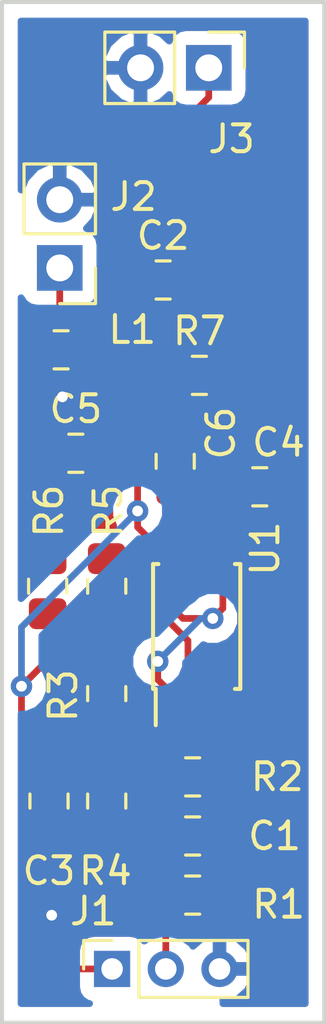
<source format=kicad_pcb>
(kicad_pcb (version 20171130) (host pcbnew "(5.0.0)")

  (general
    (thickness 1.6)
    (drawings 4)
    (tracks 68)
    (zones 0)
    (modules 18)
    (nets 12)
  )

  (page A4)
  (layers
    (0 F.Cu signal)
    (31 B.Cu signal)
    (32 B.Adhes user)
    (33 F.Adhes user)
    (34 B.Paste user)
    (35 F.Paste user)
    (36 B.SilkS user)
    (37 F.SilkS user)
    (38 B.Mask user)
    (39 F.Mask user)
    (40 Dwgs.User user)
    (41 Cmts.User user)
    (42 Eco1.User user)
    (43 Eco2.User user)
    (44 Edge.Cuts user)
    (45 Margin user)
    (46 B.CrtYd user)
    (47 F.CrtYd user)
    (48 B.Fab user hide)
    (49 F.Fab user hide)
  )

  (setup
    (last_trace_width 0.25)
    (trace_clearance 0.2)
    (zone_clearance 0.508)
    (zone_45_only no)
    (trace_min 0.2)
    (segment_width 0.2)
    (edge_width 0.15)
    (via_size 0.8)
    (via_drill 0.4)
    (via_min_size 0.4)
    (via_min_drill 0.3)
    (uvia_size 0.3)
    (uvia_drill 0.1)
    (uvias_allowed no)
    (uvia_min_size 0.2)
    (uvia_min_drill 0.1)
    (pcb_text_width 0.3)
    (pcb_text_size 1.5 1.5)
    (mod_edge_width 0.15)
    (mod_text_size 1 1)
    (mod_text_width 0.15)
    (pad_size 1.524 1.524)
    (pad_drill 0.762)
    (pad_to_mask_clearance 0.2)
    (aux_axis_origin 0 0)
    (grid_origin 149.5 130.5)
    (visible_elements 7FFFFFFF)
    (pcbplotparams
      (layerselection 0x010fc_ffffffff)
      (usegerberextensions false)
      (usegerberattributes false)
      (usegerberadvancedattributes false)
      (creategerberjobfile false)
      (excludeedgelayer true)
      (linewidth 0.100000)
      (plotframeref false)
      (viasonmask false)
      (mode 1)
      (useauxorigin false)
      (hpglpennumber 1)
      (hpglpenspeed 20)
      (hpglpendiameter 15.000000)
      (psnegative false)
      (psa4output false)
      (plotreference true)
      (plotvalue true)
      (plotinvisibletext false)
      (padsonsilk false)
      (subtractmaskfromsilk false)
      (outputformat 1)
      (mirror false)
      (drillshape 0)
      (scaleselection 1)
      (outputdirectory "gerber/"))
  )

  (net 0 "")
  (net 1 "Net-(C1-Pad1)")
  (net 2 "Net-(C1-Pad2)")
  (net 3 GND)
  (net 4 "Net-(J2-Pad1)")
  (net 5 "Net-(C2-Pad1)")
  (net 6 "Net-(C3-Pad1)")
  (net 7 "Net-(C5-Pad1)")
  (net 8 "Net-(C6-Pad1)")
  (net 9 "Net-(C6-Pad2)")
  (net 10 "Net-(R5-Pad1)")
  (net 11 "Net-(R5-Pad2)")

  (net_class Default "This is the default net class."
    (clearance 0.2)
    (trace_width 0.25)
    (via_dia 0.8)
    (via_drill 0.4)
    (uvia_dia 0.3)
    (uvia_drill 0.1)
    (add_net GND)
    (add_net "Net-(C1-Pad1)")
    (add_net "Net-(C1-Pad2)")
    (add_net "Net-(C2-Pad1)")
    (add_net "Net-(C3-Pad1)")
    (add_net "Net-(C5-Pad1)")
    (add_net "Net-(C6-Pad1)")
    (add_net "Net-(C6-Pad2)")
    (add_net "Net-(J2-Pad1)")
    (add_net "Net-(R5-Pad1)")
    (add_net "Net-(R5-Pad2)")
  )

  (module Capacitor_SMD:C_0805_2012Metric_Pad1.15x1.40mm_HandSolder (layer F.Cu) (tedit 5B36C52B) (tstamp 5D571AF2)
    (at 156.6 123.55 180)
    (descr "Capacitor SMD 0805 (2012 Metric), square (rectangular) end terminal, IPC_7351 nominal with elongated pad for handsoldering. (Body size source: https://docs.google.com/spreadsheets/d/1BsfQQcO9C6DZCsRaXUlFlo91Tg2WpOkGARC1WS5S8t0/edit?usp=sharing), generated with kicad-footprint-generator")
    (tags "capacitor handsolder")
    (path /5CFFDE4C)
    (attr smd)
    (fp_text reference C1 (at -3.05 0 180) (layer F.SilkS)
      (effects (font (size 1 1) (thickness 0.15)))
    )
    (fp_text value 2.2u (at 0 1.65 180) (layer F.Fab)
      (effects (font (size 1 1) (thickness 0.15)))
    )
    (fp_text user %R (at 0 0 180) (layer F.Fab)
      (effects (font (size 0.5 0.5) (thickness 0.08)))
    )
    (fp_line (start 1.85 0.95) (end -1.85 0.95) (layer F.CrtYd) (width 0.05))
    (fp_line (start 1.85 -0.95) (end 1.85 0.95) (layer F.CrtYd) (width 0.05))
    (fp_line (start -1.85 -0.95) (end 1.85 -0.95) (layer F.CrtYd) (width 0.05))
    (fp_line (start -1.85 0.95) (end -1.85 -0.95) (layer F.CrtYd) (width 0.05))
    (fp_line (start -0.261252 0.71) (end 0.261252 0.71) (layer F.SilkS) (width 0.12))
    (fp_line (start -0.261252 -0.71) (end 0.261252 -0.71) (layer F.SilkS) (width 0.12))
    (fp_line (start 1 0.6) (end -1 0.6) (layer F.Fab) (width 0.1))
    (fp_line (start 1 -0.6) (end 1 0.6) (layer F.Fab) (width 0.1))
    (fp_line (start -1 -0.6) (end 1 -0.6) (layer F.Fab) (width 0.1))
    (fp_line (start -1 0.6) (end -1 -0.6) (layer F.Fab) (width 0.1))
    (pad 2 smd roundrect (at 1.025 0 180) (size 1.15 1.4) (layers F.Cu F.Paste F.Mask) (roundrect_rratio 0.217391)
      (net 2 "Net-(C1-Pad2)"))
    (pad 1 smd roundrect (at -1.025 0 180) (size 1.15 1.4) (layers F.Cu F.Paste F.Mask) (roundrect_rratio 0.217391)
      (net 1 "Net-(C1-Pad1)"))
    (model ${KISYS3DMOD}/Capacitor_SMD.3dshapes/C_0805_2012Metric.wrl
      (at (xyz 0 0 0))
      (scale (xyz 1 1 1))
      (rotate (xyz 0 0 0))
    )
  )

  (module Capacitor_SMD:C_0805_2012Metric_Pad1.15x1.40mm_HandSolder (layer F.Cu) (tedit 5B36C52B) (tstamp 5D571B03)
    (at 155.5 102.85)
    (descr "Capacitor SMD 0805 (2012 Metric), square (rectangular) end terminal, IPC_7351 nominal with elongated pad for handsoldering. (Body size source: https://docs.google.com/spreadsheets/d/1BsfQQcO9C6DZCsRaXUlFlo91Tg2WpOkGARC1WS5S8t0/edit?usp=sharing), generated with kicad-footprint-generator")
    (tags "capacitor handsolder")
    (path /5D5B21C3)
    (attr smd)
    (fp_text reference C2 (at 0 -1.65) (layer F.SilkS)
      (effects (font (size 1 1) (thickness 0.15)))
    )
    (fp_text value 0.1u (at 0 1.65) (layer F.Fab)
      (effects (font (size 1 1) (thickness 0.15)))
    )
    (fp_line (start -1 0.6) (end -1 -0.6) (layer F.Fab) (width 0.1))
    (fp_line (start -1 -0.6) (end 1 -0.6) (layer F.Fab) (width 0.1))
    (fp_line (start 1 -0.6) (end 1 0.6) (layer F.Fab) (width 0.1))
    (fp_line (start 1 0.6) (end -1 0.6) (layer F.Fab) (width 0.1))
    (fp_line (start -0.261252 -0.71) (end 0.261252 -0.71) (layer F.SilkS) (width 0.12))
    (fp_line (start -0.261252 0.71) (end 0.261252 0.71) (layer F.SilkS) (width 0.12))
    (fp_line (start -1.85 0.95) (end -1.85 -0.95) (layer F.CrtYd) (width 0.05))
    (fp_line (start -1.85 -0.95) (end 1.85 -0.95) (layer F.CrtYd) (width 0.05))
    (fp_line (start 1.85 -0.95) (end 1.85 0.95) (layer F.CrtYd) (width 0.05))
    (fp_line (start 1.85 0.95) (end -1.85 0.95) (layer F.CrtYd) (width 0.05))
    (fp_text user %R (at 0 0) (layer F.Fab)
      (effects (font (size 0.5 0.5) (thickness 0.08)))
    )
    (pad 1 smd roundrect (at -1.025 0) (size 1.15 1.4) (layers F.Cu F.Paste F.Mask) (roundrect_rratio 0.217391)
      (net 5 "Net-(C2-Pad1)"))
    (pad 2 smd roundrect (at 1.025 0) (size 1.15 1.4) (layers F.Cu F.Paste F.Mask) (roundrect_rratio 0.217391)
      (net 3 GND))
    (model ${KISYS3DMOD}/Capacitor_SMD.3dshapes/C_0805_2012Metric.wrl
      (at (xyz 0 0 0))
      (scale (xyz 1 1 1))
      (rotate (xyz 0 0 0))
    )
  )

  (module Capacitor_SMD:C_0805_2012Metric_Pad1.15x1.40mm_HandSolder (layer F.Cu) (tedit 5B36C52B) (tstamp 5D571B14)
    (at 151.25 122.25 270)
    (descr "Capacitor SMD 0805 (2012 Metric), square (rectangular) end terminal, IPC_7351 nominal with elongated pad for handsoldering. (Body size source: https://docs.google.com/spreadsheets/d/1BsfQQcO9C6DZCsRaXUlFlo91Tg2WpOkGARC1WS5S8t0/edit?usp=sharing), generated with kicad-footprint-generator")
    (tags "capacitor handsolder")
    (path /5D5B2121)
    (attr smd)
    (fp_text reference C3 (at 2.6 0) (layer F.SilkS)
      (effects (font (size 1 1) (thickness 0.15)))
    )
    (fp_text value 4.7u (at 0 1.65 270) (layer F.Fab)
      (effects (font (size 1 1) (thickness 0.15)))
    )
    (fp_text user %R (at 0 0 270) (layer F.Fab)
      (effects (font (size 0.5 0.5) (thickness 0.08)))
    )
    (fp_line (start 1.85 0.95) (end -1.85 0.95) (layer F.CrtYd) (width 0.05))
    (fp_line (start 1.85 -0.95) (end 1.85 0.95) (layer F.CrtYd) (width 0.05))
    (fp_line (start -1.85 -0.95) (end 1.85 -0.95) (layer F.CrtYd) (width 0.05))
    (fp_line (start -1.85 0.95) (end -1.85 -0.95) (layer F.CrtYd) (width 0.05))
    (fp_line (start -0.261252 0.71) (end 0.261252 0.71) (layer F.SilkS) (width 0.12))
    (fp_line (start -0.261252 -0.71) (end 0.261252 -0.71) (layer F.SilkS) (width 0.12))
    (fp_line (start 1 0.6) (end -1 0.6) (layer F.Fab) (width 0.1))
    (fp_line (start 1 -0.6) (end 1 0.6) (layer F.Fab) (width 0.1))
    (fp_line (start -1 -0.6) (end 1 -0.6) (layer F.Fab) (width 0.1))
    (fp_line (start -1 0.6) (end -1 -0.6) (layer F.Fab) (width 0.1))
    (pad 2 smd roundrect (at 1.025 0 270) (size 1.15 1.4) (layers F.Cu F.Paste F.Mask) (roundrect_rratio 0.217391)
      (net 3 GND))
    (pad 1 smd roundrect (at -1.025 0 270) (size 1.15 1.4) (layers F.Cu F.Paste F.Mask) (roundrect_rratio 0.217391)
      (net 6 "Net-(C3-Pad1)"))
    (model ${KISYS3DMOD}/Capacitor_SMD.3dshapes/C_0805_2012Metric.wrl
      (at (xyz 0 0 0))
      (scale (xyz 1 1 1))
      (rotate (xyz 0 0 0))
    )
  )

  (module Capacitor_SMD:C_0805_2012Metric_Pad1.15x1.40mm_HandSolder (layer F.Cu) (tedit 5B36C52B) (tstamp 5D571B25)
    (at 159.1 110.55)
    (descr "Capacitor SMD 0805 (2012 Metric), square (rectangular) end terminal, IPC_7351 nominal with elongated pad for handsoldering. (Body size source: https://docs.google.com/spreadsheets/d/1BsfQQcO9C6DZCsRaXUlFlo91Tg2WpOkGARC1WS5S8t0/edit?usp=sharing), generated with kicad-footprint-generator")
    (tags "capacitor handsolder")
    (path /5D5AFFBF)
    (attr smd)
    (fp_text reference C4 (at 0.7 -1.65) (layer F.SilkS)
      (effects (font (size 1 1) (thickness 0.15)))
    )
    (fp_text value 10u (at 0 1.65) (layer F.Fab)
      (effects (font (size 1 1) (thickness 0.15)))
    )
    (fp_line (start -1 0.6) (end -1 -0.6) (layer F.Fab) (width 0.1))
    (fp_line (start -1 -0.6) (end 1 -0.6) (layer F.Fab) (width 0.1))
    (fp_line (start 1 -0.6) (end 1 0.6) (layer F.Fab) (width 0.1))
    (fp_line (start 1 0.6) (end -1 0.6) (layer F.Fab) (width 0.1))
    (fp_line (start -0.261252 -0.71) (end 0.261252 -0.71) (layer F.SilkS) (width 0.12))
    (fp_line (start -0.261252 0.71) (end 0.261252 0.71) (layer F.SilkS) (width 0.12))
    (fp_line (start -1.85 0.95) (end -1.85 -0.95) (layer F.CrtYd) (width 0.05))
    (fp_line (start -1.85 -0.95) (end 1.85 -0.95) (layer F.CrtYd) (width 0.05))
    (fp_line (start 1.85 -0.95) (end 1.85 0.95) (layer F.CrtYd) (width 0.05))
    (fp_line (start 1.85 0.95) (end -1.85 0.95) (layer F.CrtYd) (width 0.05))
    (fp_text user %R (at 0 0) (layer F.Fab)
      (effects (font (size 0.5 0.5) (thickness 0.08)))
    )
    (pad 1 smd roundrect (at -1.025 0) (size 1.15 1.4) (layers F.Cu F.Paste F.Mask) (roundrect_rratio 0.217391)
      (net 5 "Net-(C2-Pad1)"))
    (pad 2 smd roundrect (at 1.025 0) (size 1.15 1.4) (layers F.Cu F.Paste F.Mask) (roundrect_rratio 0.217391)
      (net 3 GND))
    (model ${KISYS3DMOD}/Capacitor_SMD.3dshapes/C_0805_2012Metric.wrl
      (at (xyz 0 0 0))
      (scale (xyz 1 1 1))
      (rotate (xyz 0 0 0))
    )
  )

  (module Capacitor_SMD:C_0805_2012Metric_Pad1.15x1.40mm_HandSolder (layer F.Cu) (tedit 5B36C52B) (tstamp 5D571B36)
    (at 152.25 109.3)
    (descr "Capacitor SMD 0805 (2012 Metric), square (rectangular) end terminal, IPC_7351 nominal with elongated pad for handsoldering. (Body size source: https://docs.google.com/spreadsheets/d/1BsfQQcO9C6DZCsRaXUlFlo91Tg2WpOkGARC1WS5S8t0/edit?usp=sharing), generated with kicad-footprint-generator")
    (tags "capacitor handsolder")
    (path /5D5B07BC)
    (attr smd)
    (fp_text reference C5 (at 0 -1.65) (layer F.SilkS)
      (effects (font (size 1 1) (thickness 0.15)))
    )
    (fp_text value 4.7u (at 0 1.65) (layer F.Fab)
      (effects (font (size 1 1) (thickness 0.15)))
    )
    (fp_text user %R (at 0 0) (layer F.Fab)
      (effects (font (size 0.5 0.5) (thickness 0.08)))
    )
    (fp_line (start 1.85 0.95) (end -1.85 0.95) (layer F.CrtYd) (width 0.05))
    (fp_line (start 1.85 -0.95) (end 1.85 0.95) (layer F.CrtYd) (width 0.05))
    (fp_line (start -1.85 -0.95) (end 1.85 -0.95) (layer F.CrtYd) (width 0.05))
    (fp_line (start -1.85 0.95) (end -1.85 -0.95) (layer F.CrtYd) (width 0.05))
    (fp_line (start -0.261252 0.71) (end 0.261252 0.71) (layer F.SilkS) (width 0.12))
    (fp_line (start -0.261252 -0.71) (end 0.261252 -0.71) (layer F.SilkS) (width 0.12))
    (fp_line (start 1 0.6) (end -1 0.6) (layer F.Fab) (width 0.1))
    (fp_line (start 1 -0.6) (end 1 0.6) (layer F.Fab) (width 0.1))
    (fp_line (start -1 -0.6) (end 1 -0.6) (layer F.Fab) (width 0.1))
    (fp_line (start -1 0.6) (end -1 -0.6) (layer F.Fab) (width 0.1))
    (pad 2 smd roundrect (at 1.025 0) (size 1.15 1.4) (layers F.Cu F.Paste F.Mask) (roundrect_rratio 0.217391)
      (net 3 GND))
    (pad 1 smd roundrect (at -1.025 0) (size 1.15 1.4) (layers F.Cu F.Paste F.Mask) (roundrect_rratio 0.217391)
      (net 7 "Net-(C5-Pad1)"))
    (model ${KISYS3DMOD}/Capacitor_SMD.3dshapes/C_0805_2012Metric.wrl
      (at (xyz 0 0 0))
      (scale (xyz 1 1 1))
      (rotate (xyz 0 0 0))
    )
  )

  (module Capacitor_SMD:C_0805_2012Metric_Pad1.15x1.40mm_HandSolder (layer F.Cu) (tedit 5B36C52B) (tstamp 5D571B47)
    (at 155.95 109.6 270)
    (descr "Capacitor SMD 0805 (2012 Metric), square (rectangular) end terminal, IPC_7351 nominal with elongated pad for handsoldering. (Body size source: https://docs.google.com/spreadsheets/d/1BsfQQcO9C6DZCsRaXUlFlo91Tg2WpOkGARC1WS5S8t0/edit?usp=sharing), generated with kicad-footprint-generator")
    (tags "capacitor handsolder")
    (path /5D5B0E78)
    (attr smd)
    (fp_text reference C6 (at -1.05 -1.7 270) (layer F.SilkS)
      (effects (font (size 1 1) (thickness 0.15)))
    )
    (fp_text value 2.2u (at 0 1.65 270) (layer F.Fab)
      (effects (font (size 1 1) (thickness 0.15)))
    )
    (fp_line (start -1 0.6) (end -1 -0.6) (layer F.Fab) (width 0.1))
    (fp_line (start -1 -0.6) (end 1 -0.6) (layer F.Fab) (width 0.1))
    (fp_line (start 1 -0.6) (end 1 0.6) (layer F.Fab) (width 0.1))
    (fp_line (start 1 0.6) (end -1 0.6) (layer F.Fab) (width 0.1))
    (fp_line (start -0.261252 -0.71) (end 0.261252 -0.71) (layer F.SilkS) (width 0.12))
    (fp_line (start -0.261252 0.71) (end 0.261252 0.71) (layer F.SilkS) (width 0.12))
    (fp_line (start -1.85 0.95) (end -1.85 -0.95) (layer F.CrtYd) (width 0.05))
    (fp_line (start -1.85 -0.95) (end 1.85 -0.95) (layer F.CrtYd) (width 0.05))
    (fp_line (start 1.85 -0.95) (end 1.85 0.95) (layer F.CrtYd) (width 0.05))
    (fp_line (start 1.85 0.95) (end -1.85 0.95) (layer F.CrtYd) (width 0.05))
    (fp_text user %R (at 0 0 270) (layer F.Fab)
      (effects (font (size 0.5 0.5) (thickness 0.08)))
    )
    (pad 1 smd roundrect (at -1.025 0 270) (size 1.15 1.4) (layers F.Cu F.Paste F.Mask) (roundrect_rratio 0.217391)
      (net 8 "Net-(C6-Pad1)"))
    (pad 2 smd roundrect (at 1.025 0 270) (size 1.15 1.4) (layers F.Cu F.Paste F.Mask) (roundrect_rratio 0.217391)
      (net 9 "Net-(C6-Pad2)"))
    (model ${KISYS3DMOD}/Capacitor_SMD.3dshapes/C_0805_2012Metric.wrl
      (at (xyz 0 0 0))
      (scale (xyz 1 1 1))
      (rotate (xyz 0 0 0))
    )
  )

  (module Connector_PinSocket_2.00mm:PinSocket_1x03_P2.00mm_Vertical (layer F.Cu) (tedit 5A19A42B) (tstamp 5D571B5E)
    (at 153.6 128.5 90)
    (descr "Through hole straight socket strip, 1x03, 2.00mm pitch, single row (from Kicad 4.0.7), script generated")
    (tags "Through hole socket strip THT 1x03 2.00mm single row")
    (path /5CFFDC18)
    (fp_text reference J1 (at 2.15 -0.7) (layer F.SilkS)
      (effects (font (size 1 1) (thickness 0.15)))
    )
    (fp_text value WM60-WM61 (at 0 6.5 90) (layer F.Fab)
      (effects (font (size 1 1) (thickness 0.15)))
    )
    (fp_line (start -1 -1) (end 0.5 -1) (layer F.Fab) (width 0.1))
    (fp_line (start 0.5 -1) (end 1 -0.5) (layer F.Fab) (width 0.1))
    (fp_line (start 1 -0.5) (end 1 5) (layer F.Fab) (width 0.1))
    (fp_line (start 1 5) (end -1 5) (layer F.Fab) (width 0.1))
    (fp_line (start -1 5) (end -1 -1) (layer F.Fab) (width 0.1))
    (fp_line (start -1.06 1) (end 1.06 1) (layer F.SilkS) (width 0.12))
    (fp_line (start -1.06 1) (end -1.06 5.06) (layer F.SilkS) (width 0.12))
    (fp_line (start -1.06 5.06) (end 1.06 5.06) (layer F.SilkS) (width 0.12))
    (fp_line (start 1.06 1) (end 1.06 5.06) (layer F.SilkS) (width 0.12))
    (fp_line (start 1.06 -1.06) (end 1.06 0) (layer F.SilkS) (width 0.12))
    (fp_line (start 0 -1.06) (end 1.06 -1.06) (layer F.SilkS) (width 0.12))
    (fp_line (start -1.5 -1.5) (end 1.5 -1.5) (layer F.CrtYd) (width 0.05))
    (fp_line (start 1.5 -1.5) (end 1.5 5.5) (layer F.CrtYd) (width 0.05))
    (fp_line (start 1.5 5.5) (end -1.5 5.5) (layer F.CrtYd) (width 0.05))
    (fp_line (start -1.5 5.5) (end -1.5 -1.5) (layer F.CrtYd) (width 0.05))
    (fp_text user %R (at 0 2 180) (layer F.Fab)
      (effects (font (size 1 1) (thickness 0.15)))
    )
    (pad 1 thru_hole rect (at 0 0 90) (size 1.35 1.35) (drill 0.8) (layers *.Cu *.Mask)
      (net 5 "Net-(C2-Pad1)"))
    (pad 2 thru_hole oval (at 0 2 90) (size 1.35 1.35) (drill 0.8) (layers *.Cu *.Mask)
      (net 2 "Net-(C1-Pad2)"))
    (pad 3 thru_hole oval (at 0 4 90) (size 1.35 1.35) (drill 0.8) (layers *.Cu *.Mask)
      (net 3 GND))
    (model ${KISYS3DMOD}/Connector_PinSocket_2.00mm.3dshapes/PinSocket_1x03_P2.00mm_Vertical.wrl
      (at (xyz 0 0 0))
      (scale (xyz 1 1 1))
      (rotate (xyz 0 0 0))
    )
  )

  (module Connector_PinHeader_2.54mm:PinHeader_1x02_P2.54mm_Vertical (layer F.Cu) (tedit 59FED5CC) (tstamp 5D571B74)
    (at 151.65 102.4 180)
    (descr "Through hole straight pin header, 1x02, 2.54mm pitch, single row")
    (tags "Through hole pin header THT 1x02 2.54mm single row")
    (path /5CFFDFE8)
    (fp_text reference J2 (at -2.75 2.65 180) (layer F.SilkS)
      (effects (font (size 1 1) (thickness 0.15)))
    )
    (fp_text value 5V (at 0 4.87 180) (layer F.Fab)
      (effects (font (size 1 1) (thickness 0.15)))
    )
    (fp_text user %R (at 0 1.27 270) (layer F.Fab)
      (effects (font (size 1 1) (thickness 0.15)))
    )
    (fp_line (start 1.8 -1.8) (end -1.8 -1.8) (layer F.CrtYd) (width 0.05))
    (fp_line (start 1.8 4.35) (end 1.8 -1.8) (layer F.CrtYd) (width 0.05))
    (fp_line (start -1.8 4.35) (end 1.8 4.35) (layer F.CrtYd) (width 0.05))
    (fp_line (start -1.8 -1.8) (end -1.8 4.35) (layer F.CrtYd) (width 0.05))
    (fp_line (start -1.33 -1.33) (end 0 -1.33) (layer F.SilkS) (width 0.12))
    (fp_line (start -1.33 0) (end -1.33 -1.33) (layer F.SilkS) (width 0.12))
    (fp_line (start -1.33 1.27) (end 1.33 1.27) (layer F.SilkS) (width 0.12))
    (fp_line (start 1.33 1.27) (end 1.33 3.87) (layer F.SilkS) (width 0.12))
    (fp_line (start -1.33 1.27) (end -1.33 3.87) (layer F.SilkS) (width 0.12))
    (fp_line (start -1.33 3.87) (end 1.33 3.87) (layer F.SilkS) (width 0.12))
    (fp_line (start -1.27 -0.635) (end -0.635 -1.27) (layer F.Fab) (width 0.1))
    (fp_line (start -1.27 3.81) (end -1.27 -0.635) (layer F.Fab) (width 0.1))
    (fp_line (start 1.27 3.81) (end -1.27 3.81) (layer F.Fab) (width 0.1))
    (fp_line (start 1.27 -1.27) (end 1.27 3.81) (layer F.Fab) (width 0.1))
    (fp_line (start -0.635 -1.27) (end 1.27 -1.27) (layer F.Fab) (width 0.1))
    (pad 2 thru_hole oval (at 0 2.54 180) (size 1.7 1.7) (drill 1) (layers *.Cu *.Mask)
      (net 3 GND))
    (pad 1 thru_hole rect (at 0 0 180) (size 1.7 1.7) (drill 1) (layers *.Cu *.Mask)
      (net 4 "Net-(J2-Pad1)"))
    (model ${KISYS3DMOD}/Connector_PinHeader_2.54mm.3dshapes/PinHeader_1x02_P2.54mm_Vertical.wrl
      (at (xyz 0 0 0))
      (scale (xyz 1 1 1))
      (rotate (xyz 0 0 0))
    )
  )

  (module Connector_PinHeader_2.54mm:PinHeader_1x02_P2.54mm_Vertical (layer F.Cu) (tedit 59FED5CC) (tstamp 5D571B8A)
    (at 157.2 94.95 270)
    (descr "Through hole straight pin header, 1x02, 2.54mm pitch, single row")
    (tags "Through hole pin header THT 1x02 2.54mm single row")
    (path /5CFFDF96)
    (fp_text reference J3 (at 2.65 -0.85 180) (layer F.SilkS)
      (effects (font (size 1 1) (thickness 0.15)))
    )
    (fp_text value Out (at 0 4.87 270) (layer F.Fab)
      (effects (font (size 1 1) (thickness 0.15)))
    )
    (fp_line (start -0.635 -1.27) (end 1.27 -1.27) (layer F.Fab) (width 0.1))
    (fp_line (start 1.27 -1.27) (end 1.27 3.81) (layer F.Fab) (width 0.1))
    (fp_line (start 1.27 3.81) (end -1.27 3.81) (layer F.Fab) (width 0.1))
    (fp_line (start -1.27 3.81) (end -1.27 -0.635) (layer F.Fab) (width 0.1))
    (fp_line (start -1.27 -0.635) (end -0.635 -1.27) (layer F.Fab) (width 0.1))
    (fp_line (start -1.33 3.87) (end 1.33 3.87) (layer F.SilkS) (width 0.12))
    (fp_line (start -1.33 1.27) (end -1.33 3.87) (layer F.SilkS) (width 0.12))
    (fp_line (start 1.33 1.27) (end 1.33 3.87) (layer F.SilkS) (width 0.12))
    (fp_line (start -1.33 1.27) (end 1.33 1.27) (layer F.SilkS) (width 0.12))
    (fp_line (start -1.33 0) (end -1.33 -1.33) (layer F.SilkS) (width 0.12))
    (fp_line (start -1.33 -1.33) (end 0 -1.33) (layer F.SilkS) (width 0.12))
    (fp_line (start -1.8 -1.8) (end -1.8 4.35) (layer F.CrtYd) (width 0.05))
    (fp_line (start -1.8 4.35) (end 1.8 4.35) (layer F.CrtYd) (width 0.05))
    (fp_line (start 1.8 4.35) (end 1.8 -1.8) (layer F.CrtYd) (width 0.05))
    (fp_line (start 1.8 -1.8) (end -1.8 -1.8) (layer F.CrtYd) (width 0.05))
    (fp_text user %R (at 0 1.27) (layer F.Fab)
      (effects (font (size 1 1) (thickness 0.15)))
    )
    (pad 1 thru_hole rect (at 0 0 270) (size 1.7 1.7) (drill 1) (layers *.Cu *.Mask)
      (net 8 "Net-(C6-Pad1)"))
    (pad 2 thru_hole oval (at 0 2.54 270) (size 1.7 1.7) (drill 1) (layers *.Cu *.Mask)
      (net 3 GND))
    (model ${KISYS3DMOD}/Connector_PinHeader_2.54mm.3dshapes/PinHeader_1x02_P2.54mm_Vertical.wrl
      (at (xyz 0 0 0))
      (scale (xyz 1 1 1))
      (rotate (xyz 0 0 0))
    )
  )

  (module Inductor_SMD:L_0805_2012Metric_Pad1.15x1.40mm_HandSolder (layer F.Cu) (tedit 5B36C52B) (tstamp 5D571B9B)
    (at 151.7 105.45)
    (descr "Capacitor SMD 0805 (2012 Metric), square (rectangular) end terminal, IPC_7351 nominal with elongated pad for handsoldering. (Body size source: https://docs.google.com/spreadsheets/d/1BsfQQcO9C6DZCsRaXUlFlo91Tg2WpOkGARC1WS5S8t0/edit?usp=sharing), generated with kicad-footprint-generator")
    (tags "inductor handsolder")
    (path /5D5AFF37)
    (attr smd)
    (fp_text reference L1 (at 2.65 -0.75) (layer F.SilkS)
      (effects (font (size 1 1) (thickness 0.15)))
    )
    (fp_text value Ferrite_Bead (at 0 1.65) (layer F.Fab)
      (effects (font (size 1 1) (thickness 0.15)))
    )
    (fp_line (start -1 0.6) (end -1 -0.6) (layer F.Fab) (width 0.1))
    (fp_line (start -1 -0.6) (end 1 -0.6) (layer F.Fab) (width 0.1))
    (fp_line (start 1 -0.6) (end 1 0.6) (layer F.Fab) (width 0.1))
    (fp_line (start 1 0.6) (end -1 0.6) (layer F.Fab) (width 0.1))
    (fp_line (start -0.261252 -0.71) (end 0.261252 -0.71) (layer F.SilkS) (width 0.12))
    (fp_line (start -0.261252 0.71) (end 0.261252 0.71) (layer F.SilkS) (width 0.12))
    (fp_line (start -1.85 0.95) (end -1.85 -0.95) (layer F.CrtYd) (width 0.05))
    (fp_line (start -1.85 -0.95) (end 1.85 -0.95) (layer F.CrtYd) (width 0.05))
    (fp_line (start 1.85 -0.95) (end 1.85 0.95) (layer F.CrtYd) (width 0.05))
    (fp_line (start 1.85 0.95) (end -1.85 0.95) (layer F.CrtYd) (width 0.05))
    (fp_text user %R (at 0 0) (layer F.Fab)
      (effects (font (size 0.5 0.5) (thickness 0.08)))
    )
    (pad 1 smd roundrect (at -1.025 0) (size 1.15 1.4) (layers F.Cu F.Paste F.Mask) (roundrect_rratio 0.217391)
      (net 4 "Net-(J2-Pad1)"))
    (pad 2 smd roundrect (at 1.025 0) (size 1.15 1.4) (layers F.Cu F.Paste F.Mask) (roundrect_rratio 0.217391)
      (net 5 "Net-(C2-Pad1)"))
    (model ${KISYS3DMOD}/Inductor_SMD.3dshapes/L_0805_2012Metric.wrl
      (at (xyz 0 0 0))
      (scale (xyz 1 1 1))
      (rotate (xyz 0 0 0))
    )
  )

  (module Resistor_SMD:R_0805_2012Metric_Pad1.15x1.40mm_HandSolder (layer F.Cu) (tedit 5B36C52B) (tstamp 5D571BAC)
    (at 156.6 125.75)
    (descr "Resistor SMD 0805 (2012 Metric), square (rectangular) end terminal, IPC_7351 nominal with elongated pad for handsoldering. (Body size source: https://docs.google.com/spreadsheets/d/1BsfQQcO9C6DZCsRaXUlFlo91Tg2WpOkGARC1WS5S8t0/edit?usp=sharing), generated with kicad-footprint-generator")
    (tags "resistor handsolder")
    (path /5D5AFB2C)
    (attr smd)
    (fp_text reference R1 (at 3.2 0.35) (layer F.SilkS)
      (effects (font (size 1 1) (thickness 0.15)))
    )
    (fp_text value 10k (at 0 1.65) (layer F.Fab)
      (effects (font (size 1 1) (thickness 0.15)))
    )
    (fp_text user %R (at 0 0) (layer F.Fab)
      (effects (font (size 0.5 0.5) (thickness 0.08)))
    )
    (fp_line (start 1.85 0.95) (end -1.85 0.95) (layer F.CrtYd) (width 0.05))
    (fp_line (start 1.85 -0.95) (end 1.85 0.95) (layer F.CrtYd) (width 0.05))
    (fp_line (start -1.85 -0.95) (end 1.85 -0.95) (layer F.CrtYd) (width 0.05))
    (fp_line (start -1.85 0.95) (end -1.85 -0.95) (layer F.CrtYd) (width 0.05))
    (fp_line (start -0.261252 0.71) (end 0.261252 0.71) (layer F.SilkS) (width 0.12))
    (fp_line (start -0.261252 -0.71) (end 0.261252 -0.71) (layer F.SilkS) (width 0.12))
    (fp_line (start 1 0.6) (end -1 0.6) (layer F.Fab) (width 0.1))
    (fp_line (start 1 -0.6) (end 1 0.6) (layer F.Fab) (width 0.1))
    (fp_line (start -1 -0.6) (end 1 -0.6) (layer F.Fab) (width 0.1))
    (fp_line (start -1 0.6) (end -1 -0.6) (layer F.Fab) (width 0.1))
    (pad 2 smd roundrect (at 1.025 0) (size 1.15 1.4) (layers F.Cu F.Paste F.Mask) (roundrect_rratio 0.217391)
      (net 3 GND))
    (pad 1 smd roundrect (at -1.025 0) (size 1.15 1.4) (layers F.Cu F.Paste F.Mask) (roundrect_rratio 0.217391)
      (net 2 "Net-(C1-Pad2)"))
    (model ${KISYS3DMOD}/Resistor_SMD.3dshapes/R_0805_2012Metric.wrl
      (at (xyz 0 0 0))
      (scale (xyz 1 1 1))
      (rotate (xyz 0 0 0))
    )
  )

  (module Resistor_SMD:R_0805_2012Metric_Pad1.15x1.40mm_HandSolder (layer F.Cu) (tedit 5B36C52B) (tstamp 5D571BBD)
    (at 156.6 121.35)
    (descr "Resistor SMD 0805 (2012 Metric), square (rectangular) end terminal, IPC_7351 nominal with elongated pad for handsoldering. (Body size source: https://docs.google.com/spreadsheets/d/1BsfQQcO9C6DZCsRaXUlFlo91Tg2WpOkGARC1WS5S8t0/edit?usp=sharing), generated with kicad-footprint-generator")
    (tags "resistor handsolder")
    (path /5CFFDEF4)
    (attr smd)
    (fp_text reference R2 (at 3.15 0) (layer F.SilkS)
      (effects (font (size 1 1) (thickness 0.15)))
    )
    (fp_text value 10k (at 0 1.65) (layer F.Fab)
      (effects (font (size 1 1) (thickness 0.15)))
    )
    (fp_line (start -1 0.6) (end -1 -0.6) (layer F.Fab) (width 0.1))
    (fp_line (start -1 -0.6) (end 1 -0.6) (layer F.Fab) (width 0.1))
    (fp_line (start 1 -0.6) (end 1 0.6) (layer F.Fab) (width 0.1))
    (fp_line (start 1 0.6) (end -1 0.6) (layer F.Fab) (width 0.1))
    (fp_line (start -0.261252 -0.71) (end 0.261252 -0.71) (layer F.SilkS) (width 0.12))
    (fp_line (start -0.261252 0.71) (end 0.261252 0.71) (layer F.SilkS) (width 0.12))
    (fp_line (start -1.85 0.95) (end -1.85 -0.95) (layer F.CrtYd) (width 0.05))
    (fp_line (start -1.85 -0.95) (end 1.85 -0.95) (layer F.CrtYd) (width 0.05))
    (fp_line (start 1.85 -0.95) (end 1.85 0.95) (layer F.CrtYd) (width 0.05))
    (fp_line (start 1.85 0.95) (end -1.85 0.95) (layer F.CrtYd) (width 0.05))
    (fp_text user %R (at 0 0) (layer F.Fab)
      (effects (font (size 0.5 0.5) (thickness 0.08)))
    )
    (pad 1 smd roundrect (at -1.025 0) (size 1.15 1.4) (layers F.Cu F.Paste F.Mask) (roundrect_rratio 0.217391)
      (net 6 "Net-(C3-Pad1)"))
    (pad 2 smd roundrect (at 1.025 0) (size 1.15 1.4) (layers F.Cu F.Paste F.Mask) (roundrect_rratio 0.217391)
      (net 1 "Net-(C1-Pad1)"))
    (model ${KISYS3DMOD}/Resistor_SMD.3dshapes/R_0805_2012Metric.wrl
      (at (xyz 0 0 0))
      (scale (xyz 1 1 1))
      (rotate (xyz 0 0 0))
    )
  )

  (module Resistor_SMD:R_0805_2012Metric_Pad1.15x1.40mm_HandSolder (layer F.Cu) (tedit 5B36C52B) (tstamp 5D571BCE)
    (at 153.4 118.25 90)
    (descr "Resistor SMD 0805 (2012 Metric), square (rectangular) end terminal, IPC_7351 nominal with elongated pad for handsoldering. (Body size source: https://docs.google.com/spreadsheets/d/1BsfQQcO9C6DZCsRaXUlFlo91Tg2WpOkGARC1WS5S8t0/edit?usp=sharing), generated with kicad-footprint-generator")
    (tags "resistor handsolder")
    (path /5D5B1F66)
    (attr smd)
    (fp_text reference R3 (at -0.075001 -1.625001 90) (layer F.SilkS)
      (effects (font (size 1 1) (thickness 0.15)))
    )
    (fp_text value 1k (at 0 1.65 90) (layer F.Fab)
      (effects (font (size 1 1) (thickness 0.15)))
    )
    (fp_text user %R (at 0 0 90) (layer F.Fab)
      (effects (font (size 0.5 0.5) (thickness 0.08)))
    )
    (fp_line (start 1.85 0.95) (end -1.85 0.95) (layer F.CrtYd) (width 0.05))
    (fp_line (start 1.85 -0.95) (end 1.85 0.95) (layer F.CrtYd) (width 0.05))
    (fp_line (start -1.85 -0.95) (end 1.85 -0.95) (layer F.CrtYd) (width 0.05))
    (fp_line (start -1.85 0.95) (end -1.85 -0.95) (layer F.CrtYd) (width 0.05))
    (fp_line (start -0.261252 0.71) (end 0.261252 0.71) (layer F.SilkS) (width 0.12))
    (fp_line (start -0.261252 -0.71) (end 0.261252 -0.71) (layer F.SilkS) (width 0.12))
    (fp_line (start 1 0.6) (end -1 0.6) (layer F.Fab) (width 0.1))
    (fp_line (start 1 -0.6) (end 1 0.6) (layer F.Fab) (width 0.1))
    (fp_line (start -1 -0.6) (end 1 -0.6) (layer F.Fab) (width 0.1))
    (fp_line (start -1 0.6) (end -1 -0.6) (layer F.Fab) (width 0.1))
    (pad 2 smd roundrect (at 1.025 0 90) (size 1.15 1.4) (layers F.Cu F.Paste F.Mask) (roundrect_rratio 0.217391)
      (net 5 "Net-(C2-Pad1)"))
    (pad 1 smd roundrect (at -1.025 0 90) (size 1.15 1.4) (layers F.Cu F.Paste F.Mask) (roundrect_rratio 0.217391)
      (net 6 "Net-(C3-Pad1)"))
    (model ${KISYS3DMOD}/Resistor_SMD.3dshapes/R_0805_2012Metric.wrl
      (at (xyz 0 0 0))
      (scale (xyz 1 1 1))
      (rotate (xyz 0 0 0))
    )
  )

  (module Resistor_SMD:R_0805_2012Metric_Pad1.15x1.40mm_HandSolder (layer F.Cu) (tedit 5B36C52B) (tstamp 5D571BDF)
    (at 153.4 122.25 270)
    (descr "Resistor SMD 0805 (2012 Metric), square (rectangular) end terminal, IPC_7351 nominal with elongated pad for handsoldering. (Body size source: https://docs.google.com/spreadsheets/d/1BsfQQcO9C6DZCsRaXUlFlo91Tg2WpOkGARC1WS5S8t0/edit?usp=sharing), generated with kicad-footprint-generator")
    (tags "resistor handsolder")
    (path /5D5B209A)
    (attr smd)
    (fp_text reference R4 (at 2.6 0.05) (layer F.SilkS)
      (effects (font (size 1 1) (thickness 0.15)))
    )
    (fp_text value 1k (at 0 1.65 270) (layer F.Fab)
      (effects (font (size 1 1) (thickness 0.15)))
    )
    (fp_line (start -1 0.6) (end -1 -0.6) (layer F.Fab) (width 0.1))
    (fp_line (start -1 -0.6) (end 1 -0.6) (layer F.Fab) (width 0.1))
    (fp_line (start 1 -0.6) (end 1 0.6) (layer F.Fab) (width 0.1))
    (fp_line (start 1 0.6) (end -1 0.6) (layer F.Fab) (width 0.1))
    (fp_line (start -0.261252 -0.71) (end 0.261252 -0.71) (layer F.SilkS) (width 0.12))
    (fp_line (start -0.261252 0.71) (end 0.261252 0.71) (layer F.SilkS) (width 0.12))
    (fp_line (start -1.85 0.95) (end -1.85 -0.95) (layer F.CrtYd) (width 0.05))
    (fp_line (start -1.85 -0.95) (end 1.85 -0.95) (layer F.CrtYd) (width 0.05))
    (fp_line (start 1.85 -0.95) (end 1.85 0.95) (layer F.CrtYd) (width 0.05))
    (fp_line (start 1.85 0.95) (end -1.85 0.95) (layer F.CrtYd) (width 0.05))
    (fp_text user %R (at 0 0 270) (layer F.Fab)
      (effects (font (size 0.5 0.5) (thickness 0.08)))
    )
    (pad 1 smd roundrect (at -1.025 0 270) (size 1.15 1.4) (layers F.Cu F.Paste F.Mask) (roundrect_rratio 0.217391)
      (net 6 "Net-(C3-Pad1)"))
    (pad 2 smd roundrect (at 1.025 0 270) (size 1.15 1.4) (layers F.Cu F.Paste F.Mask) (roundrect_rratio 0.217391)
      (net 3 GND))
    (model ${KISYS3DMOD}/Resistor_SMD.3dshapes/R_0805_2012Metric.wrl
      (at (xyz 0 0 0))
      (scale (xyz 1 1 1))
      (rotate (xyz 0 0 0))
    )
  )

  (module Resistor_SMD:R_0805_2012Metric_Pad1.15x1.40mm_HandSolder (layer F.Cu) (tedit 5B36C52B) (tstamp 5D571BF0)
    (at 153.4 114.25 90)
    (descr "Resistor SMD 0805 (2012 Metric), square (rectangular) end terminal, IPC_7351 nominal with elongated pad for handsoldering. (Body size source: https://docs.google.com/spreadsheets/d/1BsfQQcO9C6DZCsRaXUlFlo91Tg2WpOkGARC1WS5S8t0/edit?usp=sharing), generated with kicad-footprint-generator")
    (tags "resistor handsolder")
    (path /5D5B06D5)
    (attr smd)
    (fp_text reference R5 (at 2.8 0.05 90) (layer F.SilkS)
      (effects (font (size 1 1) (thickness 0.15)))
    )
    (fp_text value 15k (at 0 1.65 90) (layer F.Fab)
      (effects (font (size 1 1) (thickness 0.15)))
    )
    (fp_line (start -1 0.6) (end -1 -0.6) (layer F.Fab) (width 0.1))
    (fp_line (start -1 -0.6) (end 1 -0.6) (layer F.Fab) (width 0.1))
    (fp_line (start 1 -0.6) (end 1 0.6) (layer F.Fab) (width 0.1))
    (fp_line (start 1 0.6) (end -1 0.6) (layer F.Fab) (width 0.1))
    (fp_line (start -0.261252 -0.71) (end 0.261252 -0.71) (layer F.SilkS) (width 0.12))
    (fp_line (start -0.261252 0.71) (end 0.261252 0.71) (layer F.SilkS) (width 0.12))
    (fp_line (start -1.85 0.95) (end -1.85 -0.95) (layer F.CrtYd) (width 0.05))
    (fp_line (start -1.85 -0.95) (end 1.85 -0.95) (layer F.CrtYd) (width 0.05))
    (fp_line (start 1.85 -0.95) (end 1.85 0.95) (layer F.CrtYd) (width 0.05))
    (fp_line (start 1.85 0.95) (end -1.85 0.95) (layer F.CrtYd) (width 0.05))
    (fp_text user %R (at 0 0 90) (layer F.Fab)
      (effects (font (size 0.5 0.5) (thickness 0.08)))
    )
    (pad 1 smd roundrect (at -1.025 0 90) (size 1.15 1.4) (layers F.Cu F.Paste F.Mask) (roundrect_rratio 0.217391)
      (net 10 "Net-(R5-Pad1)"))
    (pad 2 smd roundrect (at 1.025 0 90) (size 1.15 1.4) (layers F.Cu F.Paste F.Mask) (roundrect_rratio 0.217391)
      (net 11 "Net-(R5-Pad2)"))
    (model ${KISYS3DMOD}/Resistor_SMD.3dshapes/R_0805_2012Metric.wrl
      (at (xyz 0 0 0))
      (scale (xyz 1 1 1))
      (rotate (xyz 0 0 0))
    )
  )

  (module Resistor_SMD:R_0805_2012Metric_Pad1.15x1.40mm_HandSolder (layer F.Cu) (tedit 5B36C52B) (tstamp 5D571C01)
    (at 151.2 114.25 90)
    (descr "Resistor SMD 0805 (2012 Metric), square (rectangular) end terminal, IPC_7351 nominal with elongated pad for handsoldering. (Body size source: https://docs.google.com/spreadsheets/d/1BsfQQcO9C6DZCsRaXUlFlo91Tg2WpOkGARC1WS5S8t0/edit?usp=sharing), generated with kicad-footprint-generator")
    (tags "resistor handsolder")
    (path /5D5B0767)
    (attr smd)
    (fp_text reference R6 (at 2.8 0.05 90) (layer F.SilkS)
      (effects (font (size 1 1) (thickness 0.15)))
    )
    (fp_text value 1k6 (at 0 1.65 90) (layer F.Fab)
      (effects (font (size 1 1) (thickness 0.15)))
    )
    (fp_text user %R (at 0 0 90) (layer F.Fab)
      (effects (font (size 0.5 0.5) (thickness 0.08)))
    )
    (fp_line (start 1.85 0.95) (end -1.85 0.95) (layer F.CrtYd) (width 0.05))
    (fp_line (start 1.85 -0.95) (end 1.85 0.95) (layer F.CrtYd) (width 0.05))
    (fp_line (start -1.85 -0.95) (end 1.85 -0.95) (layer F.CrtYd) (width 0.05))
    (fp_line (start -1.85 0.95) (end -1.85 -0.95) (layer F.CrtYd) (width 0.05))
    (fp_line (start -0.261252 0.71) (end 0.261252 0.71) (layer F.SilkS) (width 0.12))
    (fp_line (start -0.261252 -0.71) (end 0.261252 -0.71) (layer F.SilkS) (width 0.12))
    (fp_line (start 1 0.6) (end -1 0.6) (layer F.Fab) (width 0.1))
    (fp_line (start 1 -0.6) (end 1 0.6) (layer F.Fab) (width 0.1))
    (fp_line (start -1 -0.6) (end 1 -0.6) (layer F.Fab) (width 0.1))
    (fp_line (start -1 0.6) (end -1 -0.6) (layer F.Fab) (width 0.1))
    (pad 2 smd roundrect (at 1.025 0 90) (size 1.15 1.4) (layers F.Cu F.Paste F.Mask) (roundrect_rratio 0.217391)
      (net 7 "Net-(C5-Pad1)"))
    (pad 1 smd roundrect (at -1.025 0 90) (size 1.15 1.4) (layers F.Cu F.Paste F.Mask) (roundrect_rratio 0.217391)
      (net 10 "Net-(R5-Pad1)"))
    (model ${KISYS3DMOD}/Resistor_SMD.3dshapes/R_0805_2012Metric.wrl
      (at (xyz 0 0 0))
      (scale (xyz 1 1 1))
      (rotate (xyz 0 0 0))
    )
  )

  (module Resistor_SMD:R_0805_2012Metric_Pad1.15x1.40mm_HandSolder (layer F.Cu) (tedit 5B36C52B) (tstamp 5D571C12)
    (at 156.85 106.4)
    (descr "Resistor SMD 0805 (2012 Metric), square (rectangular) end terminal, IPC_7351 nominal with elongated pad for handsoldering. (Body size source: https://docs.google.com/spreadsheets/d/1BsfQQcO9C6DZCsRaXUlFlo91Tg2WpOkGARC1WS5S8t0/edit?usp=sharing), generated with kicad-footprint-generator")
    (tags "resistor handsolder")
    (path /5D5B0EF3)
    (attr smd)
    (fp_text reference R7 (at 0 -1.65) (layer F.SilkS)
      (effects (font (size 1 1) (thickness 0.15)))
    )
    (fp_text value 47k (at 0 1.65) (layer F.Fab)
      (effects (font (size 1 1) (thickness 0.15)))
    )
    (fp_line (start -1 0.6) (end -1 -0.6) (layer F.Fab) (width 0.1))
    (fp_line (start -1 -0.6) (end 1 -0.6) (layer F.Fab) (width 0.1))
    (fp_line (start 1 -0.6) (end 1 0.6) (layer F.Fab) (width 0.1))
    (fp_line (start 1 0.6) (end -1 0.6) (layer F.Fab) (width 0.1))
    (fp_line (start -0.261252 -0.71) (end 0.261252 -0.71) (layer F.SilkS) (width 0.12))
    (fp_line (start -0.261252 0.71) (end 0.261252 0.71) (layer F.SilkS) (width 0.12))
    (fp_line (start -1.85 0.95) (end -1.85 -0.95) (layer F.CrtYd) (width 0.05))
    (fp_line (start -1.85 -0.95) (end 1.85 -0.95) (layer F.CrtYd) (width 0.05))
    (fp_line (start 1.85 -0.95) (end 1.85 0.95) (layer F.CrtYd) (width 0.05))
    (fp_line (start 1.85 0.95) (end -1.85 0.95) (layer F.CrtYd) (width 0.05))
    (fp_text user %R (at 0 0) (layer F.Fab)
      (effects (font (size 0.5 0.5) (thickness 0.08)))
    )
    (pad 1 smd roundrect (at -1.025 0) (size 1.15 1.4) (layers F.Cu F.Paste F.Mask) (roundrect_rratio 0.217391)
      (net 8 "Net-(C6-Pad1)"))
    (pad 2 smd roundrect (at 1.025 0) (size 1.15 1.4) (layers F.Cu F.Paste F.Mask) (roundrect_rratio 0.217391)
      (net 3 GND))
    (model ${KISYS3DMOD}/Resistor_SMD.3dshapes/R_0805_2012Metric.wrl
      (at (xyz 0 0 0))
      (scale (xyz 1 1 1))
      (rotate (xyz 0 0 0))
    )
  )

  (module Package_SO:TSSOP-8_4.4x3mm_P0.65mm (layer F.Cu) (tedit 5A02F25C) (tstamp 5D571C2F)
    (at 156.75 115.75 90)
    (descr "8-Lead Plastic Thin Shrink Small Outline (ST)-4.4 mm Body [TSSOP] (see Microchip Packaging Specification 00000049BS.pdf)")
    (tags "SSOP 0.65")
    (path /5D5B031F)
    (attr smd)
    (fp_text reference U1 (at 2.9 2.55 90) (layer F.SilkS)
      (effects (font (size 1 1) (thickness 0.15)))
    )
    (fp_text value OPA2320 (at 0 2.55 90) (layer F.Fab)
      (effects (font (size 1 1) (thickness 0.15)))
    )
    (fp_line (start -1.2 -1.5) (end 2.2 -1.5) (layer F.Fab) (width 0.15))
    (fp_line (start 2.2 -1.5) (end 2.2 1.5) (layer F.Fab) (width 0.15))
    (fp_line (start 2.2 1.5) (end -2.2 1.5) (layer F.Fab) (width 0.15))
    (fp_line (start -2.2 1.5) (end -2.2 -0.5) (layer F.Fab) (width 0.15))
    (fp_line (start -2.2 -0.5) (end -1.2 -1.5) (layer F.Fab) (width 0.15))
    (fp_line (start -3.95 -1.8) (end -3.95 1.8) (layer F.CrtYd) (width 0.05))
    (fp_line (start 3.95 -1.8) (end 3.95 1.8) (layer F.CrtYd) (width 0.05))
    (fp_line (start -3.95 -1.8) (end 3.95 -1.8) (layer F.CrtYd) (width 0.05))
    (fp_line (start -3.95 1.8) (end 3.95 1.8) (layer F.CrtYd) (width 0.05))
    (fp_line (start -2.325 -1.625) (end -2.325 -1.525) (layer F.SilkS) (width 0.15))
    (fp_line (start 2.325 -1.625) (end 2.325 -1.425) (layer F.SilkS) (width 0.15))
    (fp_line (start 2.325 1.625) (end 2.325 1.425) (layer F.SilkS) (width 0.15))
    (fp_line (start -2.325 1.625) (end -2.325 1.425) (layer F.SilkS) (width 0.15))
    (fp_line (start -2.325 -1.625) (end 2.325 -1.625) (layer F.SilkS) (width 0.15))
    (fp_line (start -2.325 1.625) (end 2.325 1.625) (layer F.SilkS) (width 0.15))
    (fp_line (start -2.325 -1.525) (end -3.675 -1.525) (layer F.SilkS) (width 0.15))
    (fp_text user %R (at 0 0 90) (layer F.Fab)
      (effects (font (size 0.7 0.7) (thickness 0.15)))
    )
    (pad 1 smd rect (at -2.95 -0.975 90) (size 1.45 0.45) (layers F.Cu F.Paste F.Mask)
      (net 11 "Net-(R5-Pad2)"))
    (pad 2 smd rect (at -2.95 -0.325 90) (size 1.45 0.45) (layers F.Cu F.Paste F.Mask)
      (net 10 "Net-(R5-Pad1)"))
    (pad 3 smd rect (at -2.95 0.325 90) (size 1.45 0.45) (layers F.Cu F.Paste F.Mask)
      (net 1 "Net-(C1-Pad1)"))
    (pad 4 smd rect (at -2.95 0.975 90) (size 1.45 0.45) (layers F.Cu F.Paste F.Mask)
      (net 3 GND))
    (pad 5 smd rect (at 2.95 0.975 90) (size 1.45 0.45) (layers F.Cu F.Paste F.Mask)
      (net 11 "Net-(R5-Pad2)"))
    (pad 6 smd rect (at 2.95 0.325 90) (size 1.45 0.45) (layers F.Cu F.Paste F.Mask)
      (net 9 "Net-(C6-Pad2)"))
    (pad 7 smd rect (at 2.95 -0.325 90) (size 1.45 0.45) (layers F.Cu F.Paste F.Mask)
      (net 9 "Net-(C6-Pad2)"))
    (pad 8 smd rect (at 2.95 -0.975 90) (size 1.45 0.45) (layers F.Cu F.Paste F.Mask)
      (net 5 "Net-(C2-Pad1)"))
    (model ${KISYS3DMOD}/Package_SO.3dshapes/TSSOP-8_4.4x3mm_P0.65mm.wrl
      (at (xyz 0 0 0))
      (scale (xyz 1 1 1))
      (rotate (xyz 0 0 0))
    )
  )

  (gr_line (start 161.5 130.5) (end 149.5 130.5) (layer Edge.Cuts) (width 0.15))
  (gr_line (start 161.5 92.5) (end 161.5 130.5) (layer Edge.Cuts) (width 0.15))
  (gr_line (start 149.5 92.5) (end 161.5 92.5) (layer Edge.Cuts) (width 0.15))
  (gr_line (start 149.5 130.5) (end 149.5 92.5) (layer Edge.Cuts) (width 0.15))

  (segment (start 157.625 123.55) (end 157.625 121.35) (width 0.25) (layer F.Cu) (net 1))
  (segment (start 157.075 120.8) (end 157.625 121.35) (width 0.25) (layer F.Cu) (net 1))
  (segment (start 157.075 118.7) (end 157.075 120.8) (width 0.25) (layer F.Cu) (net 1))
  (segment (start 155.6 125.775) (end 155.575 125.75) (width 0.25) (layer F.Cu) (net 2))
  (segment (start 155.6 128.5) (end 155.6 125.775) (width 0.25) (layer F.Cu) (net 2))
  (segment (start 155.575 125.75) (end 155.575 123.55) (width 0.25) (layer F.Cu) (net 2))
  (via (at 151.75 107.2) (size 0.8) (drill 0.4) (layers F.Cu B.Cu) (net 3))
  (via (at 151.35 126.5) (size 0.8) (drill 0.4) (layers F.Cu B.Cu) (net 3))
  (segment (start 151.65 104.475) (end 150.675 105.45) (width 0.25) (layer F.Cu) (net 4))
  (segment (start 151.65 102.4) (end 151.65 104.475) (width 0.25) (layer F.Cu) (net 4))
  (segment (start 153.4 117.225) (end 150.975 117.225) (width 0.25) (layer F.Cu) (net 5))
  (segment (start 150.22499 117.97501) (end 150.22499 117.97501) (width 0.25) (layer F.Cu) (net 5))
  (segment (start 150.975 117.225) (end 150.22499 117.97501) (width 0.25) (layer F.Cu) (net 5))
  (segment (start 151.5 128.5) (end 153.6 128.5) (width 0.25) (layer F.Cu) (net 5))
  (segment (start 150.22499 127.22499) (end 151.5 128.5) (width 0.25) (layer F.Cu) (net 5))
  (segment (start 155.3 112.8) (end 154.55 112.05) (width 0.25) (layer F.Cu) (net 5))
  (segment (start 155.775 112.8) (end 155.3 112.8) (width 0.25) (layer F.Cu) (net 5))
  (segment (start 154.55 112.05) (end 154.55 111.45) (width 0.25) (layer F.Cu) (net 5))
  (segment (start 157.225 109.7) (end 158.075 110.55) (width 0.25) (layer F.Cu) (net 5))
  (segment (start 155.28681 109.7) (end 157.225 109.7) (width 0.25) (layer F.Cu) (net 5))
  (segment (start 152.725 105.45) (end 154.55 107.275) (width 0.25) (layer F.Cu) (net 5))
  (segment (start 154.55 109.56319) (end 154.98681 110) (width 0.25) (layer F.Cu) (net 5))
  (segment (start 154.55 107.275) (end 154.55 109.56319) (width 0.25) (layer F.Cu) (net 5))
  (segment (start 154.55 110.43681) (end 154.98681 110) (width 0.25) (layer F.Cu) (net 5))
  (segment (start 154.98681 110) (end 155.28681 109.7) (width 0.25) (layer F.Cu) (net 5))
  (segment (start 154.475 103.7) (end 154.475 102.85) (width 0.25) (layer F.Cu) (net 5))
  (segment (start 152.725 105.45) (end 154.475 103.7) (width 0.25) (layer F.Cu) (net 5))
  (segment (start 154.55 111.45) (end 154.55 110.43681) (width 0.25) (layer F.Cu) (net 5) (tstamp 5D5730A6))
  (via (at 154.55 111.45) (size 0.8) (drill 0.4) (layers F.Cu B.Cu) (net 5))
  (segment (start 150.22499 117.97501) (end 150.22499 127.22499) (width 0.25) (layer F.Cu) (net 5) (tstamp 5D5730A8))
  (via (at 150.22499 117.97501) (size 0.8) (drill 0.4) (layers F.Cu B.Cu) (net 5))
  (segment (start 150.22499 115.77501) (end 154.55 111.45) (width 0.25) (layer B.Cu) (net 5))
  (segment (start 150.22499 117.97501) (end 150.22499 115.77501) (width 0.25) (layer B.Cu) (net 5))
  (segment (start 153.525 121.35) (end 153.4 121.225) (width 0.25) (layer F.Cu) (net 6))
  (segment (start 155.575 121.35) (end 153.525 121.35) (width 0.25) (layer F.Cu) (net 6))
  (segment (start 153.4 121.225) (end 153.4 119.275) (width 0.25) (layer F.Cu) (net 6))
  (segment (start 153.4 121.225) (end 151.25 121.225) (width 0.25) (layer F.Cu) (net 6))
  (segment (start 151.2 109.325) (end 151.225 109.3) (width 0.25) (layer F.Cu) (net 7))
  (segment (start 151.2 113.225) (end 151.2 109.325) (width 0.25) (layer F.Cu) (net 7))
  (segment (start 155.95 106.525) (end 155.825 106.4) (width 0.25) (layer F.Cu) (net 8))
  (segment (start 155.95 108.575) (end 155.95 106.525) (width 0.25) (layer F.Cu) (net 8))
  (segment (start 157.2 96.05) (end 157.2 94.95) (width 0.25) (layer F.Cu) (net 8))
  (segment (start 155.62499 97.62501) (end 157.2 96.05) (width 0.25) (layer F.Cu) (net 8))
  (segment (start 155.62499 105.39999) (end 155.62499 97.62501) (width 0.25) (layer F.Cu) (net 8))
  (segment (start 155.825 105.6) (end 155.62499 105.39999) (width 0.25) (layer F.Cu) (net 8))
  (segment (start 155.825 106.4) (end 155.825 105.6) (width 0.25) (layer F.Cu) (net 8))
  (segment (start 156.425 112.8) (end 157.075 112.8) (width 0.25) (layer F.Cu) (net 9))
  (segment (start 156.425 111.1) (end 155.95 110.625) (width 0.25) (layer F.Cu) (net 9))
  (segment (start 156.425 112.8) (end 156.425 111.1) (width 0.25) (layer F.Cu) (net 9))
  (segment (start 153.4 115.275) (end 155.425 115.275) (width 0.25) (layer F.Cu) (net 10))
  (segment (start 156.425 116.275) (end 156.425 118.7) (width 0.25) (layer F.Cu) (net 10))
  (segment (start 155.425 115.275) (end 156.425 116.275) (width 0.25) (layer F.Cu) (net 10))
  (segment (start 153.4 115.275) (end 151.2 115.275) (width 0.25) (layer F.Cu) (net 10))
  (segment (start 153.4 113.225) (end 154.65 114.475) (width 0.25) (layer F.Cu) (net 11))
  (segment (start 155.26141 114.475) (end 156.23641 115.45) (width 0.25) (layer F.Cu) (net 11))
  (segment (start 154.65 114.475) (end 155.26141 114.475) (width 0.25) (layer F.Cu) (net 11))
  (segment (start 156.23641 115.45) (end 157.35 115.45) (width 0.25) (layer F.Cu) (net 11))
  (segment (start 157.725 115.075) (end 157.725 112.8) (width 0.25) (layer F.Cu) (net 11))
  (segment (start 157.35 115.45) (end 157.725 115.075) (width 0.25) (layer F.Cu) (net 11))
  (segment (start 157.35 115.45) (end 157.35 115.45) (width 0.25) (layer F.Cu) (net 11) (tstamp 5D572F14))
  (via (at 157.35 115.45) (size 0.8) (drill 0.4) (layers F.Cu B.Cu) (net 11))
  (segment (start 155.775 118.2) (end 155.3 117.725) (width 0.25) (layer F.Cu) (net 11))
  (segment (start 155.775 118.7) (end 155.775 118.2) (width 0.25) (layer F.Cu) (net 11))
  (segment (start 155.3 117.725) (end 155.3 117.05) (width 0.25) (layer F.Cu) (net 11))
  (segment (start 155.3 117.05) (end 155.3 117.05) (width 0.25) (layer F.Cu) (net 11) (tstamp 5D572F32))
  (via (at 155.3 117.05) (size 0.8) (drill 0.4) (layers F.Cu B.Cu) (net 11))
  (segment (start 156.9 115.45) (end 157.35 115.45) (width 0.25) (layer B.Cu) (net 11))
  (segment (start 155.3 117.05) (end 156.9 115.45) (width 0.25) (layer B.Cu) (net 11))

  (zone (net 3) (net_name GND) (layer F.Cu) (tstamp 0) (hatch edge 0.508)
    (connect_pads (clearance 0.508))
    (min_thickness 0.254)
    (fill yes (arc_segments 16) (thermal_gap 0.508) (thermal_bridge_width 0.508))
    (polygon
      (pts
        (xy 149.5 130.45) (xy 149.5 92.5) (xy 161.5 92.5) (xy 161.5 130.5) (xy 149.5 130.5)
      )
    )
    (filled_polygon
      (pts
        (xy 160.79 109.215) (xy 160.41075 109.215) (xy 160.252 109.37375) (xy 160.252 110.423) (xy 160.272 110.423)
        (xy 160.272 110.677) (xy 160.252 110.677) (xy 160.252 111.72625) (xy 160.41075 111.885) (xy 160.790001 111.885)
        (xy 160.790001 129.79) (xy 157.727002 129.79) (xy 157.727002 129.644225) (xy 157.9294 129.76791) (xy 158.263633 129.629478)
        (xy 158.645349 129.28954) (xy 158.86792 128.829402) (xy 158.74509 128.627) (xy 157.727 128.627) (xy 157.727 128.647)
        (xy 157.473 128.647) (xy 157.473 128.627) (xy 157.453 128.627) (xy 157.453 128.373) (xy 157.473 128.373)
        (xy 157.473 127.355776) (xy 157.727 127.355776) (xy 157.727 128.373) (xy 158.74509 128.373) (xy 158.86792 128.170598)
        (xy 158.645349 127.71046) (xy 158.263633 127.370522) (xy 157.9294 127.23209) (xy 157.727 127.355776) (xy 157.473 127.355776)
        (xy 157.2706 127.23209) (xy 156.936367 127.370522) (xy 156.613156 127.658358) (xy 156.544457 127.555543) (xy 156.36 127.432293)
        (xy 156.36 126.951241) (xy 156.534586 126.834586) (xy 156.535377 126.833403) (xy 156.690302 126.988327) (xy 156.923691 127.085)
        (xy 157.33925 127.085) (xy 157.498 126.92625) (xy 157.498 125.877) (xy 157.752 125.877) (xy 157.752 126.92625)
        (xy 157.91075 127.085) (xy 158.326309 127.085) (xy 158.559698 126.988327) (xy 158.738327 126.809699) (xy 158.835 126.57631)
        (xy 158.835 126.03575) (xy 158.67625 125.877) (xy 157.752 125.877) (xy 157.498 125.877) (xy 157.478 125.877)
        (xy 157.478 125.623) (xy 157.498 125.623) (xy 157.498 125.603) (xy 157.752 125.603) (xy 157.752 125.623)
        (xy 158.67625 125.623) (xy 158.835 125.46425) (xy 158.835 124.92369) (xy 158.738327 124.690301) (xy 158.62385 124.575824)
        (xy 158.779127 124.343436) (xy 158.84744 124.000001) (xy 158.84744 123.099999) (xy 158.779127 122.756564) (xy 158.584586 122.465414)
        (xy 158.561517 122.45) (xy 158.584586 122.434586) (xy 158.779127 122.143436) (xy 158.84744 121.800001) (xy 158.84744 120.899999)
        (xy 158.779127 120.556564) (xy 158.584586 120.265414) (xy 158.293436 120.070873) (xy 158.129017 120.038168) (xy 158.309699 119.963327)
        (xy 158.488327 119.784698) (xy 158.585 119.551309) (xy 158.585 118.98575) (xy 158.42625 118.827) (xy 157.94744 118.827)
        (xy 157.94744 118.573) (xy 158.42625 118.573) (xy 158.585 118.41425) (xy 158.585 117.848691) (xy 158.488327 117.615302)
        (xy 158.309699 117.436673) (xy 158.07631 117.34) (xy 157.99625 117.34) (xy 157.8375 117.49875) (xy 157.8375 117.636456)
        (xy 157.757809 117.517191) (xy 157.547765 117.376843) (xy 157.476397 117.362647) (xy 157.45375 117.34) (xy 157.37369 117.34)
        (xy 157.370073 117.341498) (xy 157.3 117.32756) (xy 157.185 117.32756) (xy 157.185 116.485) (xy 157.555874 116.485)
        (xy 157.93628 116.327431) (xy 158.227431 116.03628) (xy 158.385 115.655874) (xy 158.385 115.455203) (xy 158.440904 115.371537)
        (xy 158.485 115.149852) (xy 158.485 115.149848) (xy 158.499888 115.075001) (xy 158.485 115.000154) (xy 158.485 113.867285)
        (xy 158.548157 113.772765) (xy 158.59744 113.525) (xy 158.59744 112.075) (xy 158.555951 111.86642) (xy 158.743436 111.829127)
        (xy 159.034586 111.634586) (xy 159.035377 111.633403) (xy 159.190302 111.788327) (xy 159.423691 111.885) (xy 159.83925 111.885)
        (xy 159.998 111.72625) (xy 159.998 110.677) (xy 159.978 110.677) (xy 159.978 110.423) (xy 159.998 110.423)
        (xy 159.998 109.37375) (xy 159.83925 109.215) (xy 159.423691 109.215) (xy 159.190302 109.311673) (xy 159.035377 109.466597)
        (xy 159.034586 109.465414) (xy 158.743436 109.270873) (xy 158.400001 109.20256) (xy 157.806665 109.20256) (xy 157.772929 109.152071)
        (xy 157.521537 108.984096) (xy 157.299852 108.94) (xy 157.299847 108.94) (xy 157.289878 108.938017) (xy 157.29744 108.900001)
        (xy 157.29744 108.249999) (xy 157.229127 107.906564) (xy 157.091836 107.701095) (xy 157.173691 107.735) (xy 157.58925 107.735)
        (xy 157.748 107.57625) (xy 157.748 106.527) (xy 158.002 106.527) (xy 158.002 107.57625) (xy 158.16075 107.735)
        (xy 158.576309 107.735) (xy 158.809698 107.638327) (xy 158.988327 107.459699) (xy 159.085 107.22631) (xy 159.085 106.68575)
        (xy 158.92625 106.527) (xy 158.002 106.527) (xy 157.748 106.527) (xy 157.728 106.527) (xy 157.728 106.273)
        (xy 157.748 106.273) (xy 157.748 105.22375) (xy 158.002 105.22375) (xy 158.002 106.273) (xy 158.92625 106.273)
        (xy 159.085 106.11425) (xy 159.085 105.57369) (xy 158.988327 105.340301) (xy 158.809698 105.161673) (xy 158.576309 105.065)
        (xy 158.16075 105.065) (xy 158.002 105.22375) (xy 157.748 105.22375) (xy 157.58925 105.065) (xy 157.173691 105.065)
        (xy 156.940302 105.161673) (xy 156.785377 105.316597) (xy 156.784586 105.315414) (xy 156.493436 105.120873) (xy 156.407476 105.103775)
        (xy 156.38499 105.070122) (xy 156.38499 104.03926) (xy 156.398 104.02625) (xy 156.398 102.977) (xy 156.652 102.977)
        (xy 156.652 104.02625) (xy 156.81075 104.185) (xy 157.226309 104.185) (xy 157.459698 104.088327) (xy 157.638327 103.909699)
        (xy 157.735 103.67631) (xy 157.735 103.13575) (xy 157.57625 102.977) (xy 156.652 102.977) (xy 156.398 102.977)
        (xy 156.38499 102.977) (xy 156.38499 102.723) (xy 156.398 102.723) (xy 156.398 101.67375) (xy 156.652 101.67375)
        (xy 156.652 102.723) (xy 157.57625 102.723) (xy 157.735 102.56425) (xy 157.735 102.02369) (xy 157.638327 101.790301)
        (xy 157.459698 101.611673) (xy 157.226309 101.515) (xy 156.81075 101.515) (xy 156.652 101.67375) (xy 156.398 101.67375)
        (xy 156.38499 101.66074) (xy 156.38499 97.939811) (xy 157.684473 96.640329) (xy 157.747929 96.597929) (xy 157.848483 96.44744)
        (xy 158.05 96.44744) (xy 158.297765 96.398157) (xy 158.507809 96.257809) (xy 158.648157 96.047765) (xy 158.69744 95.8)
        (xy 158.69744 94.1) (xy 158.648157 93.852235) (xy 158.507809 93.642191) (xy 158.297765 93.501843) (xy 158.05 93.45256)
        (xy 156.35 93.45256) (xy 156.102235 93.501843) (xy 155.892191 93.642191) (xy 155.751843 93.852235) (xy 155.731261 93.955708)
        (xy 155.426924 93.678355) (xy 155.01689 93.508524) (xy 154.787 93.629845) (xy 154.787 94.823) (xy 154.807 94.823)
        (xy 154.807 95.077) (xy 154.787 95.077) (xy 154.787 96.270155) (xy 155.01689 96.391476) (xy 155.426924 96.221645)
        (xy 155.731261 95.944292) (xy 155.751843 96.047765) (xy 155.892191 96.257809) (xy 155.907296 96.267902) (xy 155.140518 97.034681)
        (xy 155.077062 97.077081) (xy 155.034662 97.140537) (xy 155.034661 97.140538) (xy 154.909087 97.328473) (xy 154.850102 97.62501)
        (xy 154.864991 97.699862) (xy 154.86499 101.515487) (xy 154.800001 101.50256) (xy 154.149999 101.50256) (xy 153.806564 101.570873)
        (xy 153.515414 101.765414) (xy 153.320873 102.056564) (xy 153.25256 102.399999) (xy 153.25256 103.300001) (xy 153.320873 103.643436)
        (xy 153.375303 103.724896) (xy 152.997639 104.10256) (xy 152.41 104.10256) (xy 152.41 103.89744) (xy 152.5 103.89744)
        (xy 152.747765 103.848157) (xy 152.957809 103.707809) (xy 153.098157 103.497765) (xy 153.14744 103.25) (xy 153.14744 101.55)
        (xy 153.098157 101.302235) (xy 152.957809 101.092191) (xy 152.747765 100.951843) (xy 152.644292 100.931261) (xy 152.921645 100.626924)
        (xy 153.091476 100.21689) (xy 152.970155 99.987) (xy 151.777 99.987) (xy 151.777 100.007) (xy 151.523 100.007)
        (xy 151.523 99.987) (xy 151.503 99.987) (xy 151.503 99.733) (xy 151.523 99.733) (xy 151.523 98.539181)
        (xy 151.777 98.539181) (xy 151.777 99.733) (xy 152.970155 99.733) (xy 153.091476 99.50311) (xy 152.921645 99.093076)
        (xy 152.531358 98.664817) (xy 152.006892 98.418514) (xy 151.777 98.539181) (xy 151.523 98.539181) (xy 151.293108 98.418514)
        (xy 150.768642 98.664817) (xy 150.378355 99.093076) (xy 150.21 99.499546) (xy 150.21 95.306892) (xy 153.218514 95.306892)
        (xy 153.464817 95.831358) (xy 153.893076 96.221645) (xy 154.30311 96.391476) (xy 154.533 96.270155) (xy 154.533 95.077)
        (xy 153.339181 95.077) (xy 153.218514 95.306892) (xy 150.21 95.306892) (xy 150.21 94.593108) (xy 153.218514 94.593108)
        (xy 153.339181 94.823) (xy 154.533 94.823) (xy 154.533 93.629845) (xy 154.30311 93.508524) (xy 153.893076 93.678355)
        (xy 153.464817 94.068642) (xy 153.218514 94.593108) (xy 150.21 94.593108) (xy 150.21 93.21) (xy 160.79 93.21)
      )
    )
    (filled_polygon
      (pts
        (xy 151.377 123.148) (xy 153.273 123.148) (xy 153.273 123.128) (xy 153.527 123.128) (xy 153.527 123.148)
        (xy 153.547 123.148) (xy 153.547 123.402) (xy 153.527 123.402) (xy 153.527 124.32625) (xy 153.68575 124.485)
        (xy 154.22631 124.485) (xy 154.452783 124.391192) (xy 154.615414 124.634586) (xy 154.638483 124.65) (xy 154.615414 124.665414)
        (xy 154.420873 124.956564) (xy 154.35256 125.299999) (xy 154.35256 126.200001) (xy 154.420873 126.543436) (xy 154.615414 126.834586)
        (xy 154.840001 126.984651) (xy 154.84 127.432292) (xy 154.795968 127.461714) (xy 154.732809 127.367191) (xy 154.522765 127.226843)
        (xy 154.275 127.17756) (xy 152.925 127.17756) (xy 152.677235 127.226843) (xy 152.467191 127.367191) (xy 152.326843 127.577235)
        (xy 152.294467 127.74) (xy 151.814803 127.74) (xy 150.98499 126.910189) (xy 150.98499 124.46426) (xy 151.123 124.32625)
        (xy 151.123 123.402) (xy 151.377 123.402) (xy 151.377 124.32625) (xy 151.53575 124.485) (xy 152.07631 124.485)
        (xy 152.309699 124.388327) (xy 152.325 124.373026) (xy 152.340301 124.388327) (xy 152.57369 124.485) (xy 153.11425 124.485)
        (xy 153.273 124.32625) (xy 153.273 123.402) (xy 151.377 123.402) (xy 151.123 123.402) (xy 151.103 123.402)
        (xy 151.103 123.148) (xy 151.123 123.148) (xy 151.123 123.128) (xy 151.377 123.128)
      )
    )
    (filled_polygon
      (pts
        (xy 151.765414 106.534586) (xy 152.056564 106.729127) (xy 152.399999 106.79744) (xy 152.997639 106.79744) (xy 153.79 107.589802)
        (xy 153.79 107.965) (xy 153.56075 107.965) (xy 153.402 108.12375) (xy 153.402 109.173) (xy 153.422 109.173)
        (xy 153.422 109.427) (xy 153.402 109.427) (xy 153.402 110.47625) (xy 153.56075 110.635) (xy 153.790001 110.635)
        (xy 153.790001 110.746288) (xy 153.672569 110.86372) (xy 153.515 111.244126) (xy 153.515 111.655874) (xy 153.658602 112.00256)
        (xy 152.949999 112.00256) (xy 152.606564 112.070873) (xy 152.315414 112.265414) (xy 152.3 112.288483) (xy 152.284586 112.265414)
        (xy 151.993436 112.070873) (xy 151.96 112.064222) (xy 151.96 110.53465) (xy 152.184586 110.384586) (xy 152.185377 110.383403)
        (xy 152.340302 110.538327) (xy 152.573691 110.635) (xy 152.98925 110.635) (xy 153.148 110.47625) (xy 153.148 109.427)
        (xy 153.128 109.427) (xy 153.128 109.173) (xy 153.148 109.173) (xy 153.148 108.12375) (xy 152.98925 107.965)
        (xy 152.573691 107.965) (xy 152.340302 108.061673) (xy 152.185377 108.216597) (xy 152.184586 108.215414) (xy 151.893436 108.020873)
        (xy 151.550001 107.95256) (xy 150.899999 107.95256) (xy 150.556564 108.020873) (xy 150.265414 108.215414) (xy 150.21 108.298347)
        (xy 150.21 106.769593) (xy 150.349999 106.79744) (xy 151.000001 106.79744) (xy 151.343436 106.729127) (xy 151.634586 106.534586)
        (xy 151.7 106.436687)
      )
    )
  )
  (zone (net 3) (net_name GND) (layer B.Cu) (tstamp 0) (hatch edge 0.508)
    (connect_pads (clearance 0.508))
    (min_thickness 0.254)
    (fill yes (arc_segments 16) (thermal_gap 0.508) (thermal_bridge_width 0.508))
    (polygon
      (pts
        (xy 149.5 130.5) (xy 149.5 92.5) (xy 161.5 92.5) (xy 161.5 130.5)
      )
    )
    (filled_polygon
      (pts
        (xy 160.790001 129.79) (xy 157.727002 129.79) (xy 157.727002 129.644225) (xy 157.9294 129.76791) (xy 158.263633 129.629478)
        (xy 158.645349 129.28954) (xy 158.86792 128.829402) (xy 158.74509 128.627) (xy 157.727 128.627) (xy 157.727 128.647)
        (xy 157.473 128.647) (xy 157.473 128.627) (xy 157.453 128.627) (xy 157.453 128.373) (xy 157.473 128.373)
        (xy 157.473 127.355776) (xy 157.727 127.355776) (xy 157.727 128.373) (xy 158.74509 128.373) (xy 158.86792 128.170598)
        (xy 158.645349 127.71046) (xy 158.263633 127.370522) (xy 157.9294 127.23209) (xy 157.727 127.355776) (xy 157.473 127.355776)
        (xy 157.2706 127.23209) (xy 156.936367 127.370522) (xy 156.613156 127.658358) (xy 156.544457 127.555543) (xy 156.111136 127.266007)
        (xy 155.729022 127.19) (xy 155.470978 127.19) (xy 155.088864 127.266007) (xy 154.795968 127.461714) (xy 154.732809 127.367191)
        (xy 154.522765 127.226843) (xy 154.275 127.17756) (xy 152.925 127.17756) (xy 152.677235 127.226843) (xy 152.467191 127.367191)
        (xy 152.326843 127.577235) (xy 152.27756 127.825) (xy 152.27756 129.175) (xy 152.326843 129.422765) (xy 152.467191 129.632809)
        (xy 152.677235 129.773157) (xy 152.761911 129.79) (xy 150.21 129.79) (xy 150.21 119.01001) (xy 150.430864 119.01001)
        (xy 150.81127 118.852441) (xy 151.102421 118.56129) (xy 151.25999 118.180884) (xy 151.25999 117.769136) (xy 151.102421 117.38873)
        (xy 150.98499 117.271299) (xy 150.98499 116.844126) (xy 154.265 116.844126) (xy 154.265 117.255874) (xy 154.422569 117.63628)
        (xy 154.71372 117.927431) (xy 155.094126 118.085) (xy 155.505874 118.085) (xy 155.88628 117.927431) (xy 156.177431 117.63628)
        (xy 156.335 117.255874) (xy 156.335 117.089801) (xy 156.999647 116.425155) (xy 157.144126 116.485) (xy 157.555874 116.485)
        (xy 157.93628 116.327431) (xy 158.227431 116.03628) (xy 158.385 115.655874) (xy 158.385 115.244126) (xy 158.227431 114.86372)
        (xy 157.93628 114.572569) (xy 157.555874 114.415) (xy 157.144126 114.415) (xy 156.76372 114.572569) (xy 156.599638 114.736651)
        (xy 156.416418 114.859076) (xy 156.352071 114.902071) (xy 156.309671 114.965527) (xy 155.260199 116.015) (xy 155.094126 116.015)
        (xy 154.71372 116.172569) (xy 154.422569 116.46372) (xy 154.265 116.844126) (xy 150.98499 116.844126) (xy 150.98499 116.089811)
        (xy 154.589802 112.485) (xy 154.755874 112.485) (xy 155.13628 112.327431) (xy 155.427431 112.03628) (xy 155.585 111.655874)
        (xy 155.585 111.244126) (xy 155.427431 110.86372) (xy 155.13628 110.572569) (xy 154.755874 110.415) (xy 154.344126 110.415)
        (xy 153.96372 110.572569) (xy 153.672569 110.86372) (xy 153.515 111.244126) (xy 153.515 111.410198) (xy 150.21 114.715199)
        (xy 150.21 103.509973) (xy 150.342191 103.707809) (xy 150.552235 103.848157) (xy 150.8 103.89744) (xy 152.5 103.89744)
        (xy 152.747765 103.848157) (xy 152.957809 103.707809) (xy 153.098157 103.497765) (xy 153.14744 103.25) (xy 153.14744 101.55)
        (xy 153.098157 101.302235) (xy 152.957809 101.092191) (xy 152.747765 100.951843) (xy 152.644292 100.931261) (xy 152.921645 100.626924)
        (xy 153.091476 100.21689) (xy 152.970155 99.987) (xy 151.777 99.987) (xy 151.777 100.007) (xy 151.523 100.007)
        (xy 151.523 99.987) (xy 151.503 99.987) (xy 151.503 99.733) (xy 151.523 99.733) (xy 151.523 98.539181)
        (xy 151.777 98.539181) (xy 151.777 99.733) (xy 152.970155 99.733) (xy 153.091476 99.50311) (xy 152.921645 99.093076)
        (xy 152.531358 98.664817) (xy 152.006892 98.418514) (xy 151.777 98.539181) (xy 151.523 98.539181) (xy 151.293108 98.418514)
        (xy 150.768642 98.664817) (xy 150.378355 99.093076) (xy 150.21 99.499546) (xy 150.21 95.306892) (xy 153.218514 95.306892)
        (xy 153.464817 95.831358) (xy 153.893076 96.221645) (xy 154.30311 96.391476) (xy 154.533 96.270155) (xy 154.533 95.077)
        (xy 153.339181 95.077) (xy 153.218514 95.306892) (xy 150.21 95.306892) (xy 150.21 94.593108) (xy 153.218514 94.593108)
        (xy 153.339181 94.823) (xy 154.533 94.823) (xy 154.533 93.629845) (xy 154.787 93.629845) (xy 154.787 94.823)
        (xy 154.807 94.823) (xy 154.807 95.077) (xy 154.787 95.077) (xy 154.787 96.270155) (xy 155.01689 96.391476)
        (xy 155.426924 96.221645) (xy 155.731261 95.944292) (xy 155.751843 96.047765) (xy 155.892191 96.257809) (xy 156.102235 96.398157)
        (xy 156.35 96.44744) (xy 158.05 96.44744) (xy 158.297765 96.398157) (xy 158.507809 96.257809) (xy 158.648157 96.047765)
        (xy 158.69744 95.8) (xy 158.69744 94.1) (xy 158.648157 93.852235) (xy 158.507809 93.642191) (xy 158.297765 93.501843)
        (xy 158.05 93.45256) (xy 156.35 93.45256) (xy 156.102235 93.501843) (xy 155.892191 93.642191) (xy 155.751843 93.852235)
        (xy 155.731261 93.955708) (xy 155.426924 93.678355) (xy 155.01689 93.508524) (xy 154.787 93.629845) (xy 154.533 93.629845)
        (xy 154.30311 93.508524) (xy 153.893076 93.678355) (xy 153.464817 94.068642) (xy 153.218514 94.593108) (xy 150.21 94.593108)
        (xy 150.21 93.21) (xy 160.79 93.21)
      )
    )
  )
)

</source>
